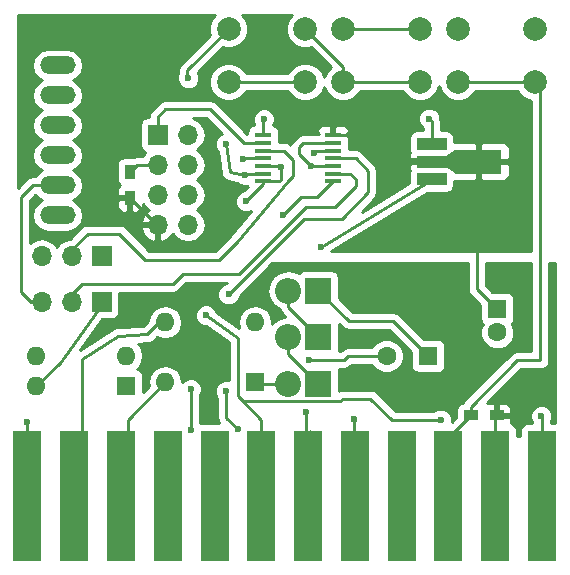
<source format=gbr>
G04 #@! TF.FileFunction,Copper,L1,Top,Signal*
%FSLAX46Y46*%
G04 Gerber Fmt 4.6, Leading zero omitted, Abs format (unit mm)*
G04 Created by KiCad (PCBNEW 4.0.7) date 04/12/18 23:57:26*
%MOMM*%
%LPD*%
G01*
G04 APERTURE LIST*
%ADD10C,0.100000*%
%ADD11R,2.350000X11.100000*%
%ADD12R,2.350000X11.000000*%
%ADD13O,1.600000X1.600000*%
%ADD14R,1.600000X1.600000*%
%ADD15O,3.010000X1.510000*%
%ADD16R,1.700000X1.700000*%
%ADD17O,1.700000X1.700000*%
%ADD18R,1.200000X0.900000*%
%ADD19R,0.900000X1.200000*%
%ADD20C,2.000000*%
%ADD21R,1.450000X0.450000*%
%ADD22C,1.600000*%
%ADD23R,2.200000X2.200000*%
%ADD24O,2.200000X2.200000*%
%ADD25R,2.500000X1.000000*%
%ADD26R,4.000000X2.000000*%
%ADD27C,0.600000*%
%ADD28C,0.250000*%
%ADD29C,0.254000*%
G04 APERTURE END LIST*
D10*
D11*
X126716100Y-105003600D03*
X130676100Y-105003600D03*
X134636100Y-105003600D03*
D12*
X138596100Y-105003600D03*
D11*
X142556100Y-105003600D03*
X146516100Y-105003600D03*
X150476100Y-105003600D03*
X154436100Y-105003600D03*
X158396100Y-105003600D03*
X162356100Y-105003600D03*
X166316100Y-105003600D03*
X170276100Y-105003600D03*
D13*
X138379200Y-95402400D03*
X145999200Y-90322400D03*
X138379200Y-90322400D03*
D14*
X145999200Y-95402400D03*
D15*
X129260600Y-68554600D03*
X129260600Y-71094600D03*
X129260600Y-73634600D03*
X129260600Y-76174600D03*
X129260600Y-78714600D03*
X129260600Y-81254600D03*
D16*
X137744200Y-74447400D03*
D17*
X140284200Y-74447400D03*
X137744200Y-76987400D03*
X140284200Y-76987400D03*
X137744200Y-79527400D03*
X140284200Y-79527400D03*
X137744200Y-82067400D03*
X140284200Y-82067400D03*
D16*
X132994400Y-88569800D03*
D17*
X130454400Y-88569800D03*
X127914400Y-88569800D03*
D16*
X132994400Y-84709000D03*
D17*
X130454400Y-84709000D03*
X127914400Y-84709000D03*
D18*
X164254000Y-98196400D03*
X166454000Y-98196400D03*
D19*
X135382000Y-79789200D03*
X135382000Y-77589200D03*
D14*
X135077200Y-95707200D03*
D13*
X127457200Y-93167200D03*
X135077200Y-93167200D03*
X127457200Y-95707200D03*
D20*
X159943800Y-65477000D03*
X159943800Y-69977000D03*
X153443800Y-65477000D03*
X153443800Y-69977000D03*
X169672000Y-65477000D03*
X169672000Y-69977000D03*
X163172000Y-65477000D03*
X163172000Y-69977000D03*
X150241000Y-65477000D03*
X150241000Y-69977000D03*
X143741000Y-65477000D03*
X143741000Y-69977000D03*
D21*
X146681400Y-74478600D03*
X146681400Y-75128600D03*
X146681400Y-75778600D03*
X146681400Y-76428600D03*
X146681400Y-77078600D03*
X146681400Y-77728600D03*
X146681400Y-78378600D03*
X152581400Y-78378600D03*
X152581400Y-77728600D03*
X152581400Y-77078600D03*
X152581400Y-76428600D03*
X152581400Y-75778600D03*
X152581400Y-75128600D03*
X152581400Y-74478600D03*
D14*
X160629600Y-93167200D03*
D22*
X157129600Y-93167200D03*
D14*
X166497000Y-89179400D03*
D22*
X166497000Y-91179400D03*
D23*
X151333200Y-95504000D03*
D24*
X148793200Y-95504000D03*
D23*
X151333200Y-91541600D03*
D24*
X148793200Y-91541600D03*
D23*
X151333200Y-87630000D03*
D24*
X148793200Y-87630000D03*
D25*
X160935600Y-75208000D03*
X160935600Y-76708000D03*
X160935600Y-78208000D03*
D26*
X164895600Y-76708000D03*
D10*
G36*
X162920600Y-77708000D02*
X162170600Y-77208000D01*
X162170600Y-76208000D01*
X162920600Y-75708000D01*
X162920600Y-77708000D01*
X162920600Y-77708000D01*
G37*
D27*
X148183600Y-77139800D03*
X150713200Y-77078600D03*
X140335000Y-69646800D03*
X150520400Y-93522800D03*
X145211800Y-80086200D03*
X146735800Y-73126600D03*
X160731200Y-73075800D03*
X170230800Y-98247200D03*
X126695200Y-98755200D03*
X164744400Y-83667600D03*
X141833600Y-89738200D03*
X161696400Y-98552000D03*
X150266400Y-97891600D03*
X154330400Y-98501200D03*
X140716000Y-91998800D03*
X165836600Y-94361000D03*
X167309800Y-95834200D03*
X140563600Y-95961200D03*
X140563600Y-99415600D03*
X143738600Y-87960200D03*
X143510000Y-96139000D03*
X144526000Y-99364800D03*
X144957800Y-76479400D03*
X151003000Y-75971400D03*
X143510000Y-75209400D03*
X145110200Y-77825600D03*
X148386800Y-81203800D03*
X151561800Y-83921600D03*
D28*
X151068800Y-77078600D02*
X150713200Y-77078600D01*
X151058400Y-75128600D02*
X151053800Y-75133200D01*
X151058400Y-75128600D02*
X152581400Y-75128600D01*
X150037800Y-75133200D02*
X151053800Y-75133200D01*
X149707600Y-75463400D02*
X150037800Y-75133200D01*
X149707600Y-76073000D02*
X149707600Y-75463400D01*
X150713200Y-77078600D02*
X149707600Y-76073000D01*
X140258800Y-68959200D02*
X143741000Y-65477000D01*
X140258800Y-69570600D02*
X140258800Y-68959200D01*
X140335000Y-69646800D02*
X140258800Y-69570600D01*
X157129600Y-93167200D02*
X153847800Y-93167200D01*
X153492200Y-93522800D02*
X150520400Y-93522800D01*
X153847800Y-93167200D02*
X153492200Y-93522800D01*
X146681400Y-78378600D02*
X146681400Y-78616600D01*
X146681400Y-78616600D02*
X145211800Y-80086200D01*
X153443800Y-69977000D02*
X153443800Y-68679800D01*
X153443800Y-68679800D02*
X150241000Y-65477000D01*
X148183600Y-77139800D02*
X148183600Y-78232000D01*
X148183600Y-78232000D02*
X148037000Y-78378600D01*
X148037000Y-78378600D02*
X146681400Y-78378600D01*
X148122400Y-77078600D02*
X148183600Y-77139800D01*
X146681400Y-77078600D02*
X148122400Y-77078600D01*
X152581400Y-77078600D02*
X151068800Y-77078600D01*
X151068800Y-77078600D02*
X151053800Y-77063600D01*
X146681400Y-74478600D02*
X146681400Y-73181000D01*
X146681400Y-73181000D02*
X146735800Y-73126600D01*
X160935600Y-75208000D02*
X160935600Y-73280200D01*
X160935600Y-73280200D02*
X160731200Y-73075800D01*
X153443800Y-69977000D02*
X159943800Y-69977000D01*
X170276100Y-105003600D02*
X170276100Y-98292500D01*
X170276100Y-98292500D02*
X170230800Y-98247200D01*
X126695200Y-98755200D02*
X126716100Y-98776100D01*
X126716100Y-98776100D02*
X126716100Y-105003600D01*
X152581400Y-74478600D02*
X156698400Y-74478600D01*
X158673800Y-76454000D02*
X160681600Y-76454000D01*
X156698400Y-74478600D02*
X158673800Y-76454000D01*
X160681600Y-76454000D02*
X160935600Y-76708000D01*
X137660200Y-82067400D02*
X135382000Y-79789200D01*
X164744400Y-87477600D02*
X164744400Y-83667600D01*
X164744400Y-87477600D02*
X166446200Y-89179400D01*
X166497000Y-89179400D02*
X166446200Y-89179400D01*
X130676100Y-105003600D02*
X131368800Y-104310900D01*
X131368800Y-104310900D02*
X131368800Y-93421200D01*
X131368800Y-93421200D02*
X134416800Y-91440000D01*
X134416800Y-91440000D02*
X136855200Y-91338400D01*
X136855200Y-91338400D02*
X138125200Y-90068400D01*
X138125200Y-90068400D02*
X138379200Y-90322400D01*
X134636100Y-105003600D02*
X135229600Y-104410100D01*
X135229600Y-104410100D02*
X135229600Y-98552000D01*
X135229600Y-98552000D02*
X138379200Y-95402400D01*
X144957800Y-97002600D02*
X144526000Y-96570800D01*
X144500600Y-91617800D02*
X144526000Y-96570800D01*
X141833600Y-89738200D02*
X144500600Y-91617800D01*
X144957800Y-97002600D02*
X153187400Y-97002600D01*
X157581600Y-98602800D02*
X161696400Y-98552000D01*
X155752800Y-96774000D02*
X157581600Y-98602800D01*
X153416000Y-96774000D02*
X155752800Y-96774000D01*
X153187400Y-97002600D02*
X153416000Y-96774000D01*
X146516100Y-98560900D02*
X146516100Y-105003600D01*
X144957800Y-97002600D02*
X146516100Y-98560900D01*
X150476100Y-105003600D02*
X150266400Y-104793900D01*
X150266400Y-104793900D02*
X150266400Y-97891600D01*
X150476100Y-105003600D02*
X150672800Y-104806900D01*
X150672800Y-104806900D02*
X150672800Y-99517200D01*
X154381200Y-98856800D02*
X154482800Y-98501200D01*
X154482800Y-98501200D02*
X154330400Y-98501200D01*
X154436100Y-105003600D02*
X154381200Y-104948700D01*
X154381200Y-104948700D02*
X154381200Y-99263200D01*
X154381200Y-99263200D02*
X154381200Y-99212400D01*
X154381200Y-99212400D02*
X154381200Y-98856800D01*
X154381200Y-98856800D02*
X154381200Y-98806000D01*
X164254000Y-98196400D02*
X164254000Y-97467600D01*
X170129200Y-93540400D02*
X170078400Y-70383400D01*
X168181200Y-93540400D02*
X170129200Y-93540400D01*
X164254000Y-97467600D02*
X168181200Y-93540400D01*
X162356100Y-105003600D02*
X162356100Y-100094300D01*
X162356100Y-100094300D02*
X164254000Y-98196400D01*
X170078400Y-70383400D02*
X169672000Y-69977000D01*
X169672000Y-69977000D02*
X163172000Y-69977000D01*
X166454000Y-98196400D02*
X166454000Y-96690000D01*
X166454000Y-96690000D02*
X167309800Y-95834200D01*
X166316100Y-105003600D02*
X166316100Y-98334300D01*
X166316100Y-98334300D02*
X166454000Y-98196400D01*
X166316100Y-105003600D02*
X166316100Y-100631700D01*
X127457200Y-95707200D02*
X129438400Y-93726000D01*
X129438400Y-93726000D02*
X133096000Y-88646000D01*
X140563600Y-95961200D02*
X140563600Y-99415600D01*
X143548100Y-98386900D02*
X143548100Y-96177100D01*
X154508200Y-76428600D02*
X152581400Y-76428600D01*
X155549600Y-77470000D02*
X154508200Y-76428600D01*
X155549600Y-79324200D02*
X155549600Y-77470000D01*
X153314400Y-81559400D02*
X155549600Y-79324200D01*
X150139400Y-81559400D02*
X153314400Y-81559400D01*
X143738600Y-87960200D02*
X150139400Y-81559400D01*
X143548100Y-96177100D02*
X143510000Y-96139000D01*
X144526000Y-99364800D02*
X143548100Y-98386900D01*
X143548100Y-98386900D02*
X143510000Y-98348800D01*
X146681400Y-76428600D02*
X145008600Y-76428600D01*
X145008600Y-76428600D02*
X144957800Y-76479400D01*
X145999200Y-95402400D02*
X146100800Y-95504000D01*
X146100800Y-95504000D02*
X148793200Y-95504000D01*
X127914400Y-88569800D02*
X126974600Y-88569800D01*
X127152400Y-78714600D02*
X129260600Y-78714600D01*
X126161800Y-79705200D02*
X127152400Y-78714600D01*
X126161800Y-87757000D02*
X126161800Y-79705200D01*
X126974600Y-88569800D02*
X126161800Y-87757000D01*
X137744200Y-74447400D02*
X137744200Y-72923400D01*
X145029400Y-75128600D02*
X146681400Y-75128600D01*
X142189200Y-72288400D02*
X145029400Y-75128600D01*
X138379200Y-72288400D02*
X142189200Y-72288400D01*
X137744200Y-72923400D02*
X138379200Y-72288400D01*
X137744200Y-76987400D02*
X135983800Y-76987400D01*
X135983800Y-76987400D02*
X135382000Y-77589200D01*
X151195800Y-75778600D02*
X152581400Y-75778600D01*
X151003000Y-75971400D02*
X151195800Y-75778600D01*
X159943800Y-65477000D02*
X153443800Y-65477000D01*
X143829488Y-77609761D02*
X145110200Y-77825600D01*
X143510000Y-75209400D02*
X143829488Y-77609761D01*
X145207200Y-77728600D02*
X146681400Y-77728600D01*
X145110200Y-77825600D02*
X145207200Y-77728600D01*
X143741000Y-69977000D02*
X150241000Y-69977000D01*
X149860000Y-79730600D02*
X151229400Y-79730600D01*
X148386800Y-81203800D02*
X149860000Y-79730600D01*
X151229400Y-79730600D02*
X152581400Y-78378600D01*
X139852400Y-86233000D02*
X144602200Y-86233000D01*
X154055600Y-77728600D02*
X152581400Y-77728600D01*
X154508200Y-78181200D02*
X154055600Y-77728600D01*
X154508200Y-78816200D02*
X154508200Y-78181200D01*
X152755600Y-80568800D02*
X154508200Y-78816200D01*
X150266400Y-80568800D02*
X152755600Y-80568800D01*
X144602200Y-86233000D02*
X150266400Y-80568800D01*
X130454400Y-88569800D02*
X130454400Y-87884000D01*
X130454400Y-87884000D02*
X131292600Y-87045800D01*
X131292600Y-87045800D02*
X139039600Y-87045800D01*
X139039600Y-87045800D02*
X139852400Y-86233000D01*
X139852400Y-86233000D02*
X139877800Y-86207600D01*
X148767106Y-78358418D02*
X148768382Y-78358418D01*
X148422600Y-75778600D02*
X146681400Y-75778600D01*
X149225000Y-76581000D02*
X148422600Y-75778600D01*
X149225000Y-77901800D02*
X149225000Y-76581000D01*
X148768382Y-78358418D02*
X149225000Y-77901800D01*
X139623800Y-85013800D02*
X142951200Y-85013800D01*
X134493000Y-82804000D02*
X136702800Y-85013800D01*
X131800600Y-82804000D02*
X134493000Y-82804000D01*
X130454400Y-84150200D02*
X131800600Y-82804000D01*
X136702800Y-85013800D02*
X139623800Y-85013800D01*
X144449800Y-83515200D02*
X148767106Y-78358418D01*
X148767106Y-78358418D02*
X148802577Y-78316050D01*
X142951200Y-85013800D02*
X144449800Y-83515200D01*
X130454400Y-84709000D02*
X130454400Y-84150200D01*
X151588400Y-83920400D02*
X160909000Y-78232000D01*
X151563000Y-83920400D02*
X151588400Y-83920400D01*
X151561800Y-83921600D02*
X151563000Y-83920400D01*
X151434800Y-87528400D02*
X151333200Y-87630000D01*
X160629600Y-93167200D02*
X157683200Y-90220800D01*
X153924000Y-90220800D02*
X151333200Y-87630000D01*
X157683200Y-90220800D02*
X153924000Y-90220800D01*
X151333200Y-95504000D02*
X148793200Y-92964000D01*
X148793200Y-92964000D02*
X148793200Y-91541600D01*
X151333200Y-91541600D02*
X148793200Y-89001600D01*
X148793200Y-89001600D02*
X148793200Y-87630000D01*
D29*
G36*
X171375000Y-98806160D02*
X171036100Y-98806160D01*
X171036100Y-98745960D01*
X171165638Y-98433999D01*
X171165962Y-98062033D01*
X171023917Y-97718257D01*
X170761127Y-97455008D01*
X170417599Y-97312362D01*
X170045633Y-97312038D01*
X169701857Y-97454083D01*
X169438608Y-97716873D01*
X169295962Y-98060401D01*
X169295638Y-98432367D01*
X169437683Y-98776143D01*
X169467648Y-98806160D01*
X169101100Y-98806160D01*
X168865783Y-98850438D01*
X168649659Y-98989510D01*
X168504669Y-99201710D01*
X168453660Y-99453600D01*
X168453660Y-99923600D01*
X168126100Y-99923600D01*
X168126100Y-99327290D01*
X168029427Y-99093901D01*
X167850798Y-98915273D01*
X167662291Y-98837191D01*
X167689000Y-98772710D01*
X167689000Y-98482150D01*
X167530250Y-98323400D01*
X166581000Y-98323400D01*
X166581000Y-98343400D01*
X166327000Y-98343400D01*
X166327000Y-98323400D01*
X166307000Y-98323400D01*
X166307000Y-98069400D01*
X166327000Y-98069400D01*
X166327000Y-97270150D01*
X166581000Y-97270150D01*
X166581000Y-98069400D01*
X167530250Y-98069400D01*
X167689000Y-97910650D01*
X167689000Y-97620090D01*
X167592327Y-97386701D01*
X167413698Y-97208073D01*
X167180309Y-97111400D01*
X166739750Y-97111400D01*
X166581000Y-97270150D01*
X166327000Y-97270150D01*
X166168250Y-97111400D01*
X165727691Y-97111400D01*
X165654817Y-97141586D01*
X168496003Y-94300400D01*
X170129200Y-94300400D01*
X170130034Y-94300234D01*
X170130867Y-94300398D01*
X170275546Y-94271290D01*
X170420039Y-94242548D01*
X170420744Y-94242077D01*
X170421579Y-94241909D01*
X170544224Y-94159571D01*
X170666601Y-94077801D01*
X170667073Y-94077095D01*
X170667779Y-94076621D01*
X170749451Y-93953807D01*
X170831348Y-93831239D01*
X170831514Y-93830405D01*
X170831984Y-93829698D01*
X170860413Y-93685119D01*
X170889200Y-93540400D01*
X170889034Y-93539566D01*
X170889198Y-93538733D01*
X170871165Y-85318600D01*
X171375000Y-85318600D01*
X171375000Y-98806160D01*
X171375000Y-98806160D01*
G37*
X171375000Y-98806160D02*
X171036100Y-98806160D01*
X171036100Y-98745960D01*
X171165638Y-98433999D01*
X171165962Y-98062033D01*
X171023917Y-97718257D01*
X170761127Y-97455008D01*
X170417599Y-97312362D01*
X170045633Y-97312038D01*
X169701857Y-97454083D01*
X169438608Y-97716873D01*
X169295962Y-98060401D01*
X169295638Y-98432367D01*
X169437683Y-98776143D01*
X169467648Y-98806160D01*
X169101100Y-98806160D01*
X168865783Y-98850438D01*
X168649659Y-98989510D01*
X168504669Y-99201710D01*
X168453660Y-99453600D01*
X168453660Y-99923600D01*
X168126100Y-99923600D01*
X168126100Y-99327290D01*
X168029427Y-99093901D01*
X167850798Y-98915273D01*
X167662291Y-98837191D01*
X167689000Y-98772710D01*
X167689000Y-98482150D01*
X167530250Y-98323400D01*
X166581000Y-98323400D01*
X166581000Y-98343400D01*
X166327000Y-98343400D01*
X166327000Y-98323400D01*
X166307000Y-98323400D01*
X166307000Y-98069400D01*
X166327000Y-98069400D01*
X166327000Y-97270150D01*
X166581000Y-97270150D01*
X166581000Y-98069400D01*
X167530250Y-98069400D01*
X167689000Y-97910650D01*
X167689000Y-97620090D01*
X167592327Y-97386701D01*
X167413698Y-97208073D01*
X167180309Y-97111400D01*
X166739750Y-97111400D01*
X166581000Y-97270150D01*
X166327000Y-97270150D01*
X166168250Y-97111400D01*
X165727691Y-97111400D01*
X165654817Y-97141586D01*
X168496003Y-94300400D01*
X170129200Y-94300400D01*
X170130034Y-94300234D01*
X170130867Y-94300398D01*
X170275546Y-94271290D01*
X170420039Y-94242548D01*
X170420744Y-94242077D01*
X170421579Y-94241909D01*
X170544224Y-94159571D01*
X170666601Y-94077801D01*
X170667073Y-94077095D01*
X170667779Y-94076621D01*
X170749451Y-93953807D01*
X170831348Y-93831239D01*
X170831514Y-93830405D01*
X170831984Y-93829698D01*
X170860413Y-93685119D01*
X170889200Y-93540400D01*
X170889034Y-93539566D01*
X170889198Y-93538733D01*
X170871165Y-85318600D01*
X171375000Y-85318600D01*
X171375000Y-98806160D01*
G36*
X163984400Y-87477600D02*
X164042252Y-87768439D01*
X164206999Y-88015001D01*
X165049560Y-88857562D01*
X165049560Y-89979400D01*
X165093838Y-90214717D01*
X165232910Y-90430841D01*
X165249366Y-90442085D01*
X165062250Y-90892709D01*
X165061752Y-91463587D01*
X165279757Y-91991200D01*
X165683077Y-92395224D01*
X166210309Y-92614150D01*
X166781187Y-92614648D01*
X167308800Y-92396643D01*
X167712824Y-91993323D01*
X167931750Y-91466091D01*
X167932248Y-90895213D01*
X167746197Y-90444934D01*
X167748441Y-90443490D01*
X167893431Y-90231290D01*
X167944440Y-89979400D01*
X167944440Y-88379400D01*
X167900162Y-88144083D01*
X167761090Y-87927959D01*
X167548890Y-87782969D01*
X167297000Y-87731960D01*
X166073562Y-87731960D01*
X165504400Y-87162798D01*
X165504400Y-85318600D01*
X169351162Y-85318600D01*
X169367531Y-92780400D01*
X168181200Y-92780400D01*
X167890361Y-92838252D01*
X167643799Y-93002998D01*
X163716599Y-96930199D01*
X163596623Y-97109756D01*
X163418683Y-97143238D01*
X163202559Y-97282310D01*
X163057569Y-97494510D01*
X163006560Y-97746400D01*
X163006560Y-98369038D01*
X162627289Y-98748309D01*
X162631238Y-98738799D01*
X162631562Y-98366833D01*
X162489517Y-98023057D01*
X162226727Y-97759808D01*
X161883199Y-97617162D01*
X161511233Y-97616838D01*
X161167457Y-97758883D01*
X161127302Y-97798968D01*
X157892506Y-97838904D01*
X156290201Y-96236599D01*
X156043639Y-96071852D01*
X155752800Y-96014000D01*
X153416000Y-96014000D01*
X153125160Y-96071852D01*
X153080640Y-96101599D01*
X153080640Y-94404000D01*
X153057835Y-94282800D01*
X153492200Y-94282800D01*
X153783039Y-94224948D01*
X154029601Y-94060201D01*
X154162602Y-93927200D01*
X155890954Y-93927200D01*
X155912357Y-93979000D01*
X156315677Y-94383024D01*
X156842909Y-94601950D01*
X157413787Y-94602448D01*
X157941400Y-94384443D01*
X158345424Y-93981123D01*
X158564350Y-93453891D01*
X158564848Y-92883013D01*
X158346843Y-92355400D01*
X157943523Y-91951376D01*
X157416291Y-91732450D01*
X156845413Y-91731952D01*
X156317800Y-91949957D01*
X155913776Y-92353277D01*
X155891385Y-92407200D01*
X153847800Y-92407200D01*
X153556960Y-92465052D01*
X153310399Y-92629799D01*
X153177398Y-92762800D01*
X153056096Y-92762800D01*
X153080640Y-92641600D01*
X153080640Y-90452243D01*
X153386598Y-90758201D01*
X153551345Y-90868280D01*
X153633161Y-90922948D01*
X153924000Y-90980800D01*
X157368398Y-90980800D01*
X159182160Y-92794562D01*
X159182160Y-93967200D01*
X159226438Y-94202517D01*
X159365510Y-94418641D01*
X159577710Y-94563631D01*
X159829600Y-94614640D01*
X161429600Y-94614640D01*
X161664917Y-94570362D01*
X161881041Y-94431290D01*
X162026031Y-94219090D01*
X162077040Y-93967200D01*
X162077040Y-92367200D01*
X162032762Y-92131883D01*
X161893690Y-91915759D01*
X161681490Y-91770769D01*
X161429600Y-91719760D01*
X160256962Y-91719760D01*
X158220601Y-89683399D01*
X157974039Y-89518652D01*
X157683200Y-89460800D01*
X154238803Y-89460800D01*
X153080640Y-88302638D01*
X153080640Y-86530000D01*
X153036362Y-86294683D01*
X152897290Y-86078559D01*
X152685090Y-85933569D01*
X152433200Y-85882560D01*
X150233200Y-85882560D01*
X149997883Y-85926838D01*
X149781759Y-86065910D01*
X149708889Y-86172559D01*
X149491147Y-86027069D01*
X148827191Y-85895000D01*
X148759209Y-85895000D01*
X148095253Y-86027069D01*
X147532379Y-86403170D01*
X147156278Y-86966044D01*
X147024209Y-87630000D01*
X147156278Y-88293956D01*
X147532379Y-88856830D01*
X148076757Y-89220572D01*
X148091052Y-89292439D01*
X148255799Y-89539001D01*
X148562522Y-89845724D01*
X148095253Y-89938669D01*
X147532379Y-90314770D01*
X147434775Y-90460845D01*
X147462313Y-90322400D01*
X147353080Y-89773249D01*
X147042011Y-89307702D01*
X146576464Y-88996633D01*
X146027313Y-88887400D01*
X145971087Y-88887400D01*
X145421936Y-88996633D01*
X144956389Y-89307702D01*
X144645320Y-89773249D01*
X144536087Y-90322400D01*
X144626457Y-90776721D01*
X142718894Y-89432343D01*
X142626717Y-89209257D01*
X142363927Y-88946008D01*
X142020399Y-88803362D01*
X141648433Y-88803038D01*
X141304657Y-88945083D01*
X141041408Y-89207873D01*
X140898762Y-89551401D01*
X140898438Y-89923367D01*
X141040483Y-90267143D01*
X141303273Y-90530392D01*
X141646801Y-90673038D01*
X141841019Y-90673207D01*
X143742619Y-92013381D01*
X143759114Y-95230038D01*
X143696799Y-95204162D01*
X143324833Y-95203838D01*
X142981057Y-95345883D01*
X142717808Y-95608673D01*
X142575162Y-95952201D01*
X142574838Y-96324167D01*
X142716883Y-96667943D01*
X142788100Y-96739284D01*
X142788100Y-98157260D01*
X142750000Y-98348800D01*
X142807852Y-98639639D01*
X142919117Y-98806160D01*
X141381100Y-98806160D01*
X141323600Y-98816979D01*
X141323600Y-96523663D01*
X141355792Y-96491527D01*
X141498438Y-96147999D01*
X141498762Y-95776033D01*
X141356717Y-95432257D01*
X141093927Y-95169008D01*
X140750399Y-95026362D01*
X140378433Y-95026038D01*
X140034657Y-95168083D01*
X139835292Y-95367101D01*
X139733080Y-94853249D01*
X139422011Y-94387702D01*
X138956464Y-94076633D01*
X138407313Y-93967400D01*
X138351087Y-93967400D01*
X137801936Y-94076633D01*
X137336389Y-94387702D01*
X137025320Y-94853249D01*
X136916087Y-95402400D01*
X136980512Y-95726286D01*
X136524640Y-96182158D01*
X136524640Y-94907200D01*
X136480362Y-94671883D01*
X136341290Y-94455759D01*
X136129090Y-94310769D01*
X135974111Y-94279385D01*
X136120011Y-94181898D01*
X136431080Y-93716351D01*
X136540313Y-93167200D01*
X136431080Y-92618049D01*
X136120011Y-92152502D01*
X136087878Y-92131031D01*
X136886839Y-92097741D01*
X137015838Y-92066447D01*
X137146039Y-92040548D01*
X137159402Y-92031619D01*
X137175018Y-92027831D01*
X137282228Y-91949550D01*
X137392601Y-91875801D01*
X137693014Y-91575388D01*
X137801936Y-91648167D01*
X138351087Y-91757400D01*
X138407313Y-91757400D01*
X138956464Y-91648167D01*
X139422011Y-91337098D01*
X139733080Y-90871551D01*
X139842313Y-90322400D01*
X139733080Y-89773249D01*
X139422011Y-89307702D01*
X138956464Y-88996633D01*
X138407313Y-88887400D01*
X138351087Y-88887400D01*
X137801936Y-88996633D01*
X137336389Y-89307702D01*
X137025320Y-89773249D01*
X136945806Y-90172992D01*
X136527399Y-90591399D01*
X134385161Y-90680659D01*
X134332337Y-90693474D01*
X134277990Y-90692785D01*
X134189546Y-90728113D01*
X134096982Y-90750568D01*
X134053084Y-90782621D01*
X134002609Y-90802783D01*
X131139837Y-92663585D01*
X133009205Y-90067240D01*
X133844400Y-90067240D01*
X134079717Y-90022962D01*
X134295841Y-89883890D01*
X134440831Y-89671690D01*
X134491840Y-89419800D01*
X134491840Y-87805800D01*
X139039600Y-87805800D01*
X139330439Y-87747948D01*
X139577001Y-87583201D01*
X140167202Y-86993000D01*
X143630998Y-86993000D01*
X143598920Y-87025078D01*
X143553433Y-87025038D01*
X143209657Y-87167083D01*
X142946408Y-87429873D01*
X142803762Y-87773401D01*
X142803438Y-88145367D01*
X142945483Y-88489143D01*
X143208273Y-88752392D01*
X143551801Y-88895038D01*
X143923767Y-88895362D01*
X144267543Y-88753317D01*
X144530792Y-88490527D01*
X144673438Y-88146999D01*
X144673479Y-88100123D01*
X147455002Y-85318600D01*
X163984400Y-85318600D01*
X163984400Y-87477600D01*
X163984400Y-87477600D01*
G37*
X163984400Y-87477600D02*
X164042252Y-87768439D01*
X164206999Y-88015001D01*
X165049560Y-88857562D01*
X165049560Y-89979400D01*
X165093838Y-90214717D01*
X165232910Y-90430841D01*
X165249366Y-90442085D01*
X165062250Y-90892709D01*
X165061752Y-91463587D01*
X165279757Y-91991200D01*
X165683077Y-92395224D01*
X166210309Y-92614150D01*
X166781187Y-92614648D01*
X167308800Y-92396643D01*
X167712824Y-91993323D01*
X167931750Y-91466091D01*
X167932248Y-90895213D01*
X167746197Y-90444934D01*
X167748441Y-90443490D01*
X167893431Y-90231290D01*
X167944440Y-89979400D01*
X167944440Y-88379400D01*
X167900162Y-88144083D01*
X167761090Y-87927959D01*
X167548890Y-87782969D01*
X167297000Y-87731960D01*
X166073562Y-87731960D01*
X165504400Y-87162798D01*
X165504400Y-85318600D01*
X169351162Y-85318600D01*
X169367531Y-92780400D01*
X168181200Y-92780400D01*
X167890361Y-92838252D01*
X167643799Y-93002998D01*
X163716599Y-96930199D01*
X163596623Y-97109756D01*
X163418683Y-97143238D01*
X163202559Y-97282310D01*
X163057569Y-97494510D01*
X163006560Y-97746400D01*
X163006560Y-98369038D01*
X162627289Y-98748309D01*
X162631238Y-98738799D01*
X162631562Y-98366833D01*
X162489517Y-98023057D01*
X162226727Y-97759808D01*
X161883199Y-97617162D01*
X161511233Y-97616838D01*
X161167457Y-97758883D01*
X161127302Y-97798968D01*
X157892506Y-97838904D01*
X156290201Y-96236599D01*
X156043639Y-96071852D01*
X155752800Y-96014000D01*
X153416000Y-96014000D01*
X153125160Y-96071852D01*
X153080640Y-96101599D01*
X153080640Y-94404000D01*
X153057835Y-94282800D01*
X153492200Y-94282800D01*
X153783039Y-94224948D01*
X154029601Y-94060201D01*
X154162602Y-93927200D01*
X155890954Y-93927200D01*
X155912357Y-93979000D01*
X156315677Y-94383024D01*
X156842909Y-94601950D01*
X157413787Y-94602448D01*
X157941400Y-94384443D01*
X158345424Y-93981123D01*
X158564350Y-93453891D01*
X158564848Y-92883013D01*
X158346843Y-92355400D01*
X157943523Y-91951376D01*
X157416291Y-91732450D01*
X156845413Y-91731952D01*
X156317800Y-91949957D01*
X155913776Y-92353277D01*
X155891385Y-92407200D01*
X153847800Y-92407200D01*
X153556960Y-92465052D01*
X153310399Y-92629799D01*
X153177398Y-92762800D01*
X153056096Y-92762800D01*
X153080640Y-92641600D01*
X153080640Y-90452243D01*
X153386598Y-90758201D01*
X153551345Y-90868280D01*
X153633161Y-90922948D01*
X153924000Y-90980800D01*
X157368398Y-90980800D01*
X159182160Y-92794562D01*
X159182160Y-93967200D01*
X159226438Y-94202517D01*
X159365510Y-94418641D01*
X159577710Y-94563631D01*
X159829600Y-94614640D01*
X161429600Y-94614640D01*
X161664917Y-94570362D01*
X161881041Y-94431290D01*
X162026031Y-94219090D01*
X162077040Y-93967200D01*
X162077040Y-92367200D01*
X162032762Y-92131883D01*
X161893690Y-91915759D01*
X161681490Y-91770769D01*
X161429600Y-91719760D01*
X160256962Y-91719760D01*
X158220601Y-89683399D01*
X157974039Y-89518652D01*
X157683200Y-89460800D01*
X154238803Y-89460800D01*
X153080640Y-88302638D01*
X153080640Y-86530000D01*
X153036362Y-86294683D01*
X152897290Y-86078559D01*
X152685090Y-85933569D01*
X152433200Y-85882560D01*
X150233200Y-85882560D01*
X149997883Y-85926838D01*
X149781759Y-86065910D01*
X149708889Y-86172559D01*
X149491147Y-86027069D01*
X148827191Y-85895000D01*
X148759209Y-85895000D01*
X148095253Y-86027069D01*
X147532379Y-86403170D01*
X147156278Y-86966044D01*
X147024209Y-87630000D01*
X147156278Y-88293956D01*
X147532379Y-88856830D01*
X148076757Y-89220572D01*
X148091052Y-89292439D01*
X148255799Y-89539001D01*
X148562522Y-89845724D01*
X148095253Y-89938669D01*
X147532379Y-90314770D01*
X147434775Y-90460845D01*
X147462313Y-90322400D01*
X147353080Y-89773249D01*
X147042011Y-89307702D01*
X146576464Y-88996633D01*
X146027313Y-88887400D01*
X145971087Y-88887400D01*
X145421936Y-88996633D01*
X144956389Y-89307702D01*
X144645320Y-89773249D01*
X144536087Y-90322400D01*
X144626457Y-90776721D01*
X142718894Y-89432343D01*
X142626717Y-89209257D01*
X142363927Y-88946008D01*
X142020399Y-88803362D01*
X141648433Y-88803038D01*
X141304657Y-88945083D01*
X141041408Y-89207873D01*
X140898762Y-89551401D01*
X140898438Y-89923367D01*
X141040483Y-90267143D01*
X141303273Y-90530392D01*
X141646801Y-90673038D01*
X141841019Y-90673207D01*
X143742619Y-92013381D01*
X143759114Y-95230038D01*
X143696799Y-95204162D01*
X143324833Y-95203838D01*
X142981057Y-95345883D01*
X142717808Y-95608673D01*
X142575162Y-95952201D01*
X142574838Y-96324167D01*
X142716883Y-96667943D01*
X142788100Y-96739284D01*
X142788100Y-98157260D01*
X142750000Y-98348800D01*
X142807852Y-98639639D01*
X142919117Y-98806160D01*
X141381100Y-98806160D01*
X141323600Y-98816979D01*
X141323600Y-96523663D01*
X141355792Y-96491527D01*
X141498438Y-96147999D01*
X141498762Y-95776033D01*
X141356717Y-95432257D01*
X141093927Y-95169008D01*
X140750399Y-95026362D01*
X140378433Y-95026038D01*
X140034657Y-95168083D01*
X139835292Y-95367101D01*
X139733080Y-94853249D01*
X139422011Y-94387702D01*
X138956464Y-94076633D01*
X138407313Y-93967400D01*
X138351087Y-93967400D01*
X137801936Y-94076633D01*
X137336389Y-94387702D01*
X137025320Y-94853249D01*
X136916087Y-95402400D01*
X136980512Y-95726286D01*
X136524640Y-96182158D01*
X136524640Y-94907200D01*
X136480362Y-94671883D01*
X136341290Y-94455759D01*
X136129090Y-94310769D01*
X135974111Y-94279385D01*
X136120011Y-94181898D01*
X136431080Y-93716351D01*
X136540313Y-93167200D01*
X136431080Y-92618049D01*
X136120011Y-92152502D01*
X136087878Y-92131031D01*
X136886839Y-92097741D01*
X137015838Y-92066447D01*
X137146039Y-92040548D01*
X137159402Y-92031619D01*
X137175018Y-92027831D01*
X137282228Y-91949550D01*
X137392601Y-91875801D01*
X137693014Y-91575388D01*
X137801936Y-91648167D01*
X138351087Y-91757400D01*
X138407313Y-91757400D01*
X138956464Y-91648167D01*
X139422011Y-91337098D01*
X139733080Y-90871551D01*
X139842313Y-90322400D01*
X139733080Y-89773249D01*
X139422011Y-89307702D01*
X138956464Y-88996633D01*
X138407313Y-88887400D01*
X138351087Y-88887400D01*
X137801936Y-88996633D01*
X137336389Y-89307702D01*
X137025320Y-89773249D01*
X136945806Y-90172992D01*
X136527399Y-90591399D01*
X134385161Y-90680659D01*
X134332337Y-90693474D01*
X134277990Y-90692785D01*
X134189546Y-90728113D01*
X134096982Y-90750568D01*
X134053084Y-90782621D01*
X134002609Y-90802783D01*
X131139837Y-92663585D01*
X133009205Y-90067240D01*
X133844400Y-90067240D01*
X134079717Y-90022962D01*
X134295841Y-89883890D01*
X134440831Y-89671690D01*
X134491840Y-89419800D01*
X134491840Y-87805800D01*
X139039600Y-87805800D01*
X139330439Y-87747948D01*
X139577001Y-87583201D01*
X140167202Y-86993000D01*
X143630998Y-86993000D01*
X143598920Y-87025078D01*
X143553433Y-87025038D01*
X143209657Y-87167083D01*
X142946408Y-87429873D01*
X142803762Y-87773401D01*
X142803438Y-88145367D01*
X142945483Y-88489143D01*
X143208273Y-88752392D01*
X143551801Y-88895038D01*
X143923767Y-88895362D01*
X144267543Y-88753317D01*
X144530792Y-88490527D01*
X144673438Y-88146999D01*
X144673479Y-88100123D01*
X147455002Y-85318600D01*
X163984400Y-85318600D01*
X163984400Y-87477600D01*
G36*
X142355722Y-64549637D02*
X142106284Y-65150352D01*
X142105716Y-65800795D01*
X142174919Y-65968279D01*
X139721399Y-68421799D01*
X139556652Y-68668361D01*
X139498800Y-68959200D01*
X139498800Y-69222456D01*
X139400162Y-69460001D01*
X139399838Y-69831967D01*
X139541883Y-70175743D01*
X139804673Y-70438992D01*
X140148201Y-70581638D01*
X140520167Y-70581962D01*
X140863943Y-70439917D01*
X141127192Y-70177127D01*
X141269838Y-69833599D01*
X141270162Y-69461633D01*
X141141809Y-69150993D01*
X143249527Y-67043275D01*
X143414352Y-67111716D01*
X144064795Y-67112284D01*
X144665943Y-66863894D01*
X145126278Y-66404363D01*
X145375716Y-65803648D01*
X145376284Y-65153205D01*
X145127894Y-64552057D01*
X144887857Y-64311600D01*
X149094175Y-64311600D01*
X148855722Y-64549637D01*
X148606284Y-65150352D01*
X148605716Y-65800795D01*
X148854106Y-66401943D01*
X149313637Y-66862278D01*
X149914352Y-67111716D01*
X150564795Y-67112284D01*
X150732279Y-67043081D01*
X152398976Y-68709778D01*
X152058522Y-69049637D01*
X151842176Y-69570657D01*
X151627894Y-69052057D01*
X151168363Y-68591722D01*
X150567648Y-68342284D01*
X149917205Y-68341716D01*
X149316057Y-68590106D01*
X148855722Y-69049637D01*
X148786227Y-69217000D01*
X145196047Y-69217000D01*
X145127894Y-69052057D01*
X144668363Y-68591722D01*
X144067648Y-68342284D01*
X143417205Y-68341716D01*
X142816057Y-68590106D01*
X142355722Y-69049637D01*
X142106284Y-69650352D01*
X142105716Y-70300795D01*
X142354106Y-70901943D01*
X142813637Y-71362278D01*
X143414352Y-71611716D01*
X144064795Y-71612284D01*
X144665943Y-71363894D01*
X145126278Y-70904363D01*
X145195773Y-70737000D01*
X148785953Y-70737000D01*
X148854106Y-70901943D01*
X149313637Y-71362278D01*
X149914352Y-71611716D01*
X150564795Y-71612284D01*
X151165943Y-71363894D01*
X151626278Y-70904363D01*
X151842624Y-70383343D01*
X152056906Y-70901943D01*
X152516437Y-71362278D01*
X153117152Y-71611716D01*
X153767595Y-71612284D01*
X154368743Y-71363894D01*
X154829078Y-70904363D01*
X154898573Y-70737000D01*
X158488753Y-70737000D01*
X158556906Y-70901943D01*
X159016437Y-71362278D01*
X159617152Y-71611716D01*
X160267595Y-71612284D01*
X160868743Y-71363894D01*
X161329078Y-70904363D01*
X161558155Y-70352682D01*
X161785106Y-70901943D01*
X162244637Y-71362278D01*
X162845352Y-71611716D01*
X163495795Y-71612284D01*
X164096943Y-71363894D01*
X164557278Y-70904363D01*
X164626773Y-70737000D01*
X168216953Y-70737000D01*
X168285106Y-70901943D01*
X168744637Y-71362278D01*
X169321071Y-71601634D01*
X169348979Y-84323331D01*
X152448603Y-84285774D01*
X160527091Y-79355440D01*
X162185600Y-79355440D01*
X162420917Y-79311162D01*
X162637041Y-79172090D01*
X162782031Y-78959890D01*
X162833040Y-78708000D01*
X162833040Y-78343000D01*
X162864361Y-78343000D01*
X162902713Y-78355193D01*
X162972830Y-78343000D01*
X164609850Y-78343000D01*
X164768600Y-78184250D01*
X164768600Y-76835000D01*
X165022600Y-76835000D01*
X165022600Y-78184250D01*
X165181350Y-78343000D01*
X167021910Y-78343000D01*
X167255299Y-78246327D01*
X167433927Y-78067698D01*
X167530600Y-77834309D01*
X167530600Y-76993750D01*
X167371850Y-76835000D01*
X165022600Y-76835000D01*
X164768600Y-76835000D01*
X161062600Y-76835000D01*
X161062600Y-76855000D01*
X160808600Y-76855000D01*
X160808600Y-76835000D01*
X159209350Y-76835000D01*
X159050600Y-76993750D01*
X159050600Y-77334309D01*
X159096567Y-77445283D01*
X159089169Y-77456110D01*
X159038160Y-77708000D01*
X159038160Y-78483422D01*
X155001731Y-80946871D01*
X156087001Y-79861601D01*
X156251748Y-79615039D01*
X156309600Y-79324200D01*
X156309600Y-77470000D01*
X156251748Y-77179161D01*
X156087001Y-76932599D01*
X155045601Y-75891199D01*
X154799039Y-75726452D01*
X154508200Y-75668600D01*
X153953840Y-75668600D01*
X153953840Y-75553600D01*
X153934333Y-75449929D01*
X153953840Y-75353600D01*
X153953840Y-74903600D01*
X153940420Y-74832277D01*
X153941400Y-74829910D01*
X153941400Y-74749850D01*
X153921088Y-74729538D01*
X153917036Y-74708000D01*
X159038160Y-74708000D01*
X159038160Y-75708000D01*
X159082438Y-75943317D01*
X159097939Y-75967406D01*
X159050600Y-76081691D01*
X159050600Y-76422250D01*
X159209350Y-76581000D01*
X160808600Y-76581000D01*
X160808600Y-76561000D01*
X161062600Y-76561000D01*
X161062600Y-76581000D01*
X164768600Y-76581000D01*
X164768600Y-75231750D01*
X165022600Y-75231750D01*
X165022600Y-76581000D01*
X167371850Y-76581000D01*
X167530600Y-76422250D01*
X167530600Y-75581691D01*
X167433927Y-75348302D01*
X167255299Y-75169673D01*
X167021910Y-75073000D01*
X165181350Y-75073000D01*
X165022600Y-75231750D01*
X164768600Y-75231750D01*
X164609850Y-75073000D01*
X162885592Y-75073000D01*
X162833040Y-75072400D01*
X162833040Y-74708000D01*
X162788762Y-74472683D01*
X162649690Y-74256559D01*
X162437490Y-74111569D01*
X162185600Y-74060560D01*
X161695600Y-74060560D01*
X161695600Y-73280200D01*
X161668898Y-73145959D01*
X161666152Y-73132154D01*
X161666362Y-72890633D01*
X161524317Y-72546857D01*
X161261527Y-72283608D01*
X160917999Y-72140962D01*
X160546033Y-72140638D01*
X160202257Y-72282683D01*
X159939008Y-72545473D01*
X159796362Y-72889001D01*
X159796038Y-73260967D01*
X159938083Y-73604743D01*
X160175600Y-73842675D01*
X160175600Y-74060560D01*
X159685600Y-74060560D01*
X159450283Y-74104838D01*
X159234159Y-74243910D01*
X159089169Y-74456110D01*
X159038160Y-74708000D01*
X153917036Y-74708000D01*
X153909562Y-74668283D01*
X153770490Y-74452159D01*
X153644538Y-74366100D01*
X153782650Y-74366100D01*
X153941400Y-74207350D01*
X153941400Y-74127290D01*
X153844727Y-73893901D01*
X153666098Y-73715273D01*
X153432709Y-73618600D01*
X152867150Y-73618600D01*
X152708400Y-73777350D01*
X152708400Y-74256160D01*
X152454400Y-74256160D01*
X152454400Y-73777350D01*
X152295650Y-73618600D01*
X151730091Y-73618600D01*
X151496702Y-73715273D01*
X151318073Y-73893901D01*
X151221400Y-74127290D01*
X151221400Y-74207350D01*
X151365648Y-74351598D01*
X151221400Y-74351598D01*
X151221400Y-74368600D01*
X151058400Y-74368600D01*
X151035274Y-74373200D01*
X150037800Y-74373200D01*
X149746960Y-74431052D01*
X149500399Y-74595799D01*
X149170199Y-74925999D01*
X149005452Y-75172561D01*
X148986523Y-75267721D01*
X148960001Y-75241199D01*
X148713439Y-75076452D01*
X148422600Y-75018600D01*
X148053840Y-75018600D01*
X148053840Y-74903600D01*
X148034333Y-74799929D01*
X148053840Y-74703600D01*
X148053840Y-74253600D01*
X148009562Y-74018283D01*
X147870490Y-73802159D01*
X147658290Y-73657169D01*
X147538006Y-73632811D01*
X147670638Y-73313399D01*
X147670962Y-72941433D01*
X147528917Y-72597657D01*
X147266127Y-72334408D01*
X146922599Y-72191762D01*
X146550633Y-72191438D01*
X146206857Y-72333483D01*
X145943608Y-72596273D01*
X145800962Y-72939801D01*
X145800638Y-73311767D01*
X145921400Y-73604034D01*
X145921400Y-73612746D01*
X145721083Y-73650438D01*
X145504959Y-73789510D01*
X145359969Y-74001710D01*
X145308960Y-74253600D01*
X145308960Y-74333358D01*
X142726601Y-71750999D01*
X142480039Y-71586252D01*
X142189200Y-71528400D01*
X138379200Y-71528400D01*
X138088361Y-71586252D01*
X137841799Y-71750999D01*
X137206799Y-72385999D01*
X137042052Y-72632561D01*
X136984200Y-72923400D01*
X136984200Y-72949960D01*
X136894200Y-72949960D01*
X136658883Y-72994238D01*
X136442759Y-73133310D01*
X136297769Y-73345510D01*
X136246760Y-73597400D01*
X136246760Y-75297400D01*
X136291038Y-75532717D01*
X136430110Y-75748841D01*
X136642310Y-75893831D01*
X136709741Y-75907486D01*
X136665053Y-75937346D01*
X136471246Y-76227400D01*
X135983800Y-76227400D01*
X135692961Y-76285252D01*
X135608391Y-76341760D01*
X134932000Y-76341760D01*
X134696683Y-76386038D01*
X134480559Y-76525110D01*
X134335569Y-76737310D01*
X134284560Y-76989200D01*
X134284560Y-78189200D01*
X134328838Y-78424517D01*
X134467910Y-78640641D01*
X134536006Y-78687169D01*
X134393673Y-78829502D01*
X134297000Y-79062891D01*
X134297000Y-79503450D01*
X134455750Y-79662200D01*
X135255000Y-79662200D01*
X135255000Y-79642200D01*
X135509000Y-79642200D01*
X135509000Y-79662200D01*
X135529000Y-79662200D01*
X135529000Y-79916200D01*
X135509000Y-79916200D01*
X135509000Y-80865450D01*
X135667750Y-81024200D01*
X135958310Y-81024200D01*
X136191699Y-80927527D01*
X136370327Y-80748898D01*
X136467000Y-80515509D01*
X136467000Y-80281046D01*
X136665053Y-80577454D01*
X137005753Y-80805102D01*
X136862842Y-80872217D01*
X136472555Y-81300476D01*
X136302724Y-81710510D01*
X136424045Y-81940400D01*
X137617200Y-81940400D01*
X137617200Y-81920400D01*
X137871200Y-81920400D01*
X137871200Y-81940400D01*
X137891200Y-81940400D01*
X137891200Y-82194400D01*
X137871200Y-82194400D01*
X137871200Y-83388219D01*
X138101092Y-83508886D01*
X138625558Y-83262583D01*
X139015845Y-82834324D01*
X139015855Y-82834299D01*
X139205053Y-83117454D01*
X139686822Y-83439361D01*
X140255107Y-83552400D01*
X140313293Y-83552400D01*
X140881578Y-83439361D01*
X141363347Y-83117454D01*
X141685254Y-82635685D01*
X141798293Y-82067400D01*
X141685254Y-81499115D01*
X141363347Y-81017346D01*
X141034174Y-80797400D01*
X141363347Y-80577454D01*
X141685254Y-80095685D01*
X141798293Y-79527400D01*
X141685254Y-78959115D01*
X141363347Y-78477346D01*
X141034174Y-78257400D01*
X141363347Y-78037454D01*
X141685254Y-77555685D01*
X141798293Y-76987400D01*
X141685254Y-76419115D01*
X141363347Y-75937346D01*
X141034174Y-75717400D01*
X141363347Y-75497454D01*
X141685254Y-75015685D01*
X141798293Y-74447400D01*
X141685254Y-73879115D01*
X141363347Y-73397346D01*
X140881578Y-73075439D01*
X140745644Y-73048400D01*
X141874398Y-73048400D01*
X143165904Y-74339906D01*
X142981057Y-74416283D01*
X142717808Y-74679073D01*
X142575162Y-75022601D01*
X142574838Y-75394567D01*
X142716883Y-75738343D01*
X142828595Y-75850250D01*
X143076132Y-77710033D01*
X143087715Y-77743998D01*
X143088770Y-77779868D01*
X143135236Y-77883338D01*
X143171850Y-77990697D01*
X143195550Y-78017644D01*
X143210251Y-78050380D01*
X143292776Y-78128191D01*
X143367688Y-78213367D01*
X143399898Y-78229194D01*
X143426006Y-78253811D01*
X143532022Y-78294118D01*
X143633830Y-78344144D01*
X143669643Y-78346440D01*
X143703186Y-78359193D01*
X144446834Y-78484520D01*
X144579873Y-78617792D01*
X144923401Y-78760438D01*
X145295367Y-78760762D01*
X145335418Y-78744213D01*
X145353238Y-78838917D01*
X145365392Y-78857806D01*
X145072120Y-79151078D01*
X145026633Y-79151038D01*
X144682857Y-79293083D01*
X144419608Y-79555873D01*
X144276962Y-79899401D01*
X144276638Y-80271367D01*
X144418683Y-80615143D01*
X144681473Y-80878392D01*
X145025001Y-81021038D01*
X145396967Y-81021362D01*
X145625551Y-80926913D01*
X143888633Y-83001565D01*
X142636398Y-84253800D01*
X138060224Y-84253800D01*
X137015280Y-84251478D01*
X135188092Y-82424290D01*
X136302724Y-82424290D01*
X136472555Y-82834324D01*
X136862842Y-83262583D01*
X137387308Y-83508886D01*
X137617200Y-83388219D01*
X137617200Y-82194400D01*
X136424045Y-82194400D01*
X136302724Y-82424290D01*
X135188092Y-82424290D01*
X135030401Y-82266599D01*
X134783839Y-82101852D01*
X134493000Y-82044000D01*
X131800600Y-82044000D01*
X131509760Y-82101852D01*
X131263199Y-82266599D01*
X130305217Y-83224581D01*
X129886115Y-83307946D01*
X129404346Y-83629853D01*
X129184400Y-83959026D01*
X128964454Y-83629853D01*
X128482685Y-83307946D01*
X127914400Y-83194907D01*
X127346115Y-83307946D01*
X126921800Y-83591464D01*
X126921800Y-80020002D01*
X127389076Y-79552726D01*
X127485797Y-79697478D01*
X127915504Y-79984600D01*
X127485797Y-80271722D01*
X127184482Y-80722670D01*
X127078675Y-81254600D01*
X127184482Y-81786530D01*
X127485797Y-82237478D01*
X127936745Y-82538793D01*
X128468675Y-82644600D01*
X130052525Y-82644600D01*
X130584455Y-82538793D01*
X131035403Y-82237478D01*
X131336718Y-81786530D01*
X131442525Y-81254600D01*
X131336718Y-80722670D01*
X131035403Y-80271722D01*
X130740914Y-80074950D01*
X134297000Y-80074950D01*
X134297000Y-80515509D01*
X134393673Y-80748898D01*
X134572301Y-80927527D01*
X134805690Y-81024200D01*
X135096250Y-81024200D01*
X135255000Y-80865450D01*
X135255000Y-79916200D01*
X134455750Y-79916200D01*
X134297000Y-80074950D01*
X130740914Y-80074950D01*
X130605696Y-79984600D01*
X131035403Y-79697478D01*
X131336718Y-79246530D01*
X131442525Y-78714600D01*
X131336718Y-78182670D01*
X131035403Y-77731722D01*
X130605696Y-77444600D01*
X131035403Y-77157478D01*
X131336718Y-76706530D01*
X131442525Y-76174600D01*
X131336718Y-75642670D01*
X131035403Y-75191722D01*
X130605696Y-74904600D01*
X131035403Y-74617478D01*
X131336718Y-74166530D01*
X131442525Y-73634600D01*
X131336718Y-73102670D01*
X131035403Y-72651722D01*
X130605696Y-72364600D01*
X131035403Y-72077478D01*
X131336718Y-71626530D01*
X131442525Y-71094600D01*
X131336718Y-70562670D01*
X131035403Y-70111722D01*
X130605696Y-69824600D01*
X131035403Y-69537478D01*
X131336718Y-69086530D01*
X131442525Y-68554600D01*
X131336718Y-68022670D01*
X131035403Y-67571722D01*
X130584455Y-67270407D01*
X130052525Y-67164600D01*
X128468675Y-67164600D01*
X127936745Y-67270407D01*
X127485797Y-67571722D01*
X127184482Y-68022670D01*
X127078675Y-68554600D01*
X127184482Y-69086530D01*
X127485797Y-69537478D01*
X127915504Y-69824600D01*
X127485797Y-70111722D01*
X127184482Y-70562670D01*
X127078675Y-71094600D01*
X127184482Y-71626530D01*
X127485797Y-72077478D01*
X127915504Y-72364600D01*
X127485797Y-72651722D01*
X127184482Y-73102670D01*
X127078675Y-73634600D01*
X127184482Y-74166530D01*
X127485797Y-74617478D01*
X127915504Y-74904600D01*
X127485797Y-75191722D01*
X127184482Y-75642670D01*
X127078675Y-76174600D01*
X127184482Y-76706530D01*
X127485797Y-77157478D01*
X127915504Y-77444600D01*
X127485797Y-77731722D01*
X127336874Y-77954600D01*
X127152400Y-77954600D01*
X126861561Y-78012452D01*
X126614999Y-78177199D01*
X125883924Y-78908274D01*
X125956096Y-64311600D01*
X142594175Y-64311600D01*
X142355722Y-64549637D01*
X142355722Y-64549637D01*
G37*
X142355722Y-64549637D02*
X142106284Y-65150352D01*
X142105716Y-65800795D01*
X142174919Y-65968279D01*
X139721399Y-68421799D01*
X139556652Y-68668361D01*
X139498800Y-68959200D01*
X139498800Y-69222456D01*
X139400162Y-69460001D01*
X139399838Y-69831967D01*
X139541883Y-70175743D01*
X139804673Y-70438992D01*
X140148201Y-70581638D01*
X140520167Y-70581962D01*
X140863943Y-70439917D01*
X141127192Y-70177127D01*
X141269838Y-69833599D01*
X141270162Y-69461633D01*
X141141809Y-69150993D01*
X143249527Y-67043275D01*
X143414352Y-67111716D01*
X144064795Y-67112284D01*
X144665943Y-66863894D01*
X145126278Y-66404363D01*
X145375716Y-65803648D01*
X145376284Y-65153205D01*
X145127894Y-64552057D01*
X144887857Y-64311600D01*
X149094175Y-64311600D01*
X148855722Y-64549637D01*
X148606284Y-65150352D01*
X148605716Y-65800795D01*
X148854106Y-66401943D01*
X149313637Y-66862278D01*
X149914352Y-67111716D01*
X150564795Y-67112284D01*
X150732279Y-67043081D01*
X152398976Y-68709778D01*
X152058522Y-69049637D01*
X151842176Y-69570657D01*
X151627894Y-69052057D01*
X151168363Y-68591722D01*
X150567648Y-68342284D01*
X149917205Y-68341716D01*
X149316057Y-68590106D01*
X148855722Y-69049637D01*
X148786227Y-69217000D01*
X145196047Y-69217000D01*
X145127894Y-69052057D01*
X144668363Y-68591722D01*
X144067648Y-68342284D01*
X143417205Y-68341716D01*
X142816057Y-68590106D01*
X142355722Y-69049637D01*
X142106284Y-69650352D01*
X142105716Y-70300795D01*
X142354106Y-70901943D01*
X142813637Y-71362278D01*
X143414352Y-71611716D01*
X144064795Y-71612284D01*
X144665943Y-71363894D01*
X145126278Y-70904363D01*
X145195773Y-70737000D01*
X148785953Y-70737000D01*
X148854106Y-70901943D01*
X149313637Y-71362278D01*
X149914352Y-71611716D01*
X150564795Y-71612284D01*
X151165943Y-71363894D01*
X151626278Y-70904363D01*
X151842624Y-70383343D01*
X152056906Y-70901943D01*
X152516437Y-71362278D01*
X153117152Y-71611716D01*
X153767595Y-71612284D01*
X154368743Y-71363894D01*
X154829078Y-70904363D01*
X154898573Y-70737000D01*
X158488753Y-70737000D01*
X158556906Y-70901943D01*
X159016437Y-71362278D01*
X159617152Y-71611716D01*
X160267595Y-71612284D01*
X160868743Y-71363894D01*
X161329078Y-70904363D01*
X161558155Y-70352682D01*
X161785106Y-70901943D01*
X162244637Y-71362278D01*
X162845352Y-71611716D01*
X163495795Y-71612284D01*
X164096943Y-71363894D01*
X164557278Y-70904363D01*
X164626773Y-70737000D01*
X168216953Y-70737000D01*
X168285106Y-70901943D01*
X168744637Y-71362278D01*
X169321071Y-71601634D01*
X169348979Y-84323331D01*
X152448603Y-84285774D01*
X160527091Y-79355440D01*
X162185600Y-79355440D01*
X162420917Y-79311162D01*
X162637041Y-79172090D01*
X162782031Y-78959890D01*
X162833040Y-78708000D01*
X162833040Y-78343000D01*
X162864361Y-78343000D01*
X162902713Y-78355193D01*
X162972830Y-78343000D01*
X164609850Y-78343000D01*
X164768600Y-78184250D01*
X164768600Y-76835000D01*
X165022600Y-76835000D01*
X165022600Y-78184250D01*
X165181350Y-78343000D01*
X167021910Y-78343000D01*
X167255299Y-78246327D01*
X167433927Y-78067698D01*
X167530600Y-77834309D01*
X167530600Y-76993750D01*
X167371850Y-76835000D01*
X165022600Y-76835000D01*
X164768600Y-76835000D01*
X161062600Y-76835000D01*
X161062600Y-76855000D01*
X160808600Y-76855000D01*
X160808600Y-76835000D01*
X159209350Y-76835000D01*
X159050600Y-76993750D01*
X159050600Y-77334309D01*
X159096567Y-77445283D01*
X159089169Y-77456110D01*
X159038160Y-77708000D01*
X159038160Y-78483422D01*
X155001731Y-80946871D01*
X156087001Y-79861601D01*
X156251748Y-79615039D01*
X156309600Y-79324200D01*
X156309600Y-77470000D01*
X156251748Y-77179161D01*
X156087001Y-76932599D01*
X155045601Y-75891199D01*
X154799039Y-75726452D01*
X154508200Y-75668600D01*
X153953840Y-75668600D01*
X153953840Y-75553600D01*
X153934333Y-75449929D01*
X153953840Y-75353600D01*
X153953840Y-74903600D01*
X153940420Y-74832277D01*
X153941400Y-74829910D01*
X153941400Y-74749850D01*
X153921088Y-74729538D01*
X153917036Y-74708000D01*
X159038160Y-74708000D01*
X159038160Y-75708000D01*
X159082438Y-75943317D01*
X159097939Y-75967406D01*
X159050600Y-76081691D01*
X159050600Y-76422250D01*
X159209350Y-76581000D01*
X160808600Y-76581000D01*
X160808600Y-76561000D01*
X161062600Y-76561000D01*
X161062600Y-76581000D01*
X164768600Y-76581000D01*
X164768600Y-75231750D01*
X165022600Y-75231750D01*
X165022600Y-76581000D01*
X167371850Y-76581000D01*
X167530600Y-76422250D01*
X167530600Y-75581691D01*
X167433927Y-75348302D01*
X167255299Y-75169673D01*
X167021910Y-75073000D01*
X165181350Y-75073000D01*
X165022600Y-75231750D01*
X164768600Y-75231750D01*
X164609850Y-75073000D01*
X162885592Y-75073000D01*
X162833040Y-75072400D01*
X162833040Y-74708000D01*
X162788762Y-74472683D01*
X162649690Y-74256559D01*
X162437490Y-74111569D01*
X162185600Y-74060560D01*
X161695600Y-74060560D01*
X161695600Y-73280200D01*
X161668898Y-73145959D01*
X161666152Y-73132154D01*
X161666362Y-72890633D01*
X161524317Y-72546857D01*
X161261527Y-72283608D01*
X160917999Y-72140962D01*
X160546033Y-72140638D01*
X160202257Y-72282683D01*
X159939008Y-72545473D01*
X159796362Y-72889001D01*
X159796038Y-73260967D01*
X159938083Y-73604743D01*
X160175600Y-73842675D01*
X160175600Y-74060560D01*
X159685600Y-74060560D01*
X159450283Y-74104838D01*
X159234159Y-74243910D01*
X159089169Y-74456110D01*
X159038160Y-74708000D01*
X153917036Y-74708000D01*
X153909562Y-74668283D01*
X153770490Y-74452159D01*
X153644538Y-74366100D01*
X153782650Y-74366100D01*
X153941400Y-74207350D01*
X153941400Y-74127290D01*
X153844727Y-73893901D01*
X153666098Y-73715273D01*
X153432709Y-73618600D01*
X152867150Y-73618600D01*
X152708400Y-73777350D01*
X152708400Y-74256160D01*
X152454400Y-74256160D01*
X152454400Y-73777350D01*
X152295650Y-73618600D01*
X151730091Y-73618600D01*
X151496702Y-73715273D01*
X151318073Y-73893901D01*
X151221400Y-74127290D01*
X151221400Y-74207350D01*
X151365648Y-74351598D01*
X151221400Y-74351598D01*
X151221400Y-74368600D01*
X151058400Y-74368600D01*
X151035274Y-74373200D01*
X150037800Y-74373200D01*
X149746960Y-74431052D01*
X149500399Y-74595799D01*
X149170199Y-74925999D01*
X149005452Y-75172561D01*
X148986523Y-75267721D01*
X148960001Y-75241199D01*
X148713439Y-75076452D01*
X148422600Y-75018600D01*
X148053840Y-75018600D01*
X148053840Y-74903600D01*
X148034333Y-74799929D01*
X148053840Y-74703600D01*
X148053840Y-74253600D01*
X148009562Y-74018283D01*
X147870490Y-73802159D01*
X147658290Y-73657169D01*
X147538006Y-73632811D01*
X147670638Y-73313399D01*
X147670962Y-72941433D01*
X147528917Y-72597657D01*
X147266127Y-72334408D01*
X146922599Y-72191762D01*
X146550633Y-72191438D01*
X146206857Y-72333483D01*
X145943608Y-72596273D01*
X145800962Y-72939801D01*
X145800638Y-73311767D01*
X145921400Y-73604034D01*
X145921400Y-73612746D01*
X145721083Y-73650438D01*
X145504959Y-73789510D01*
X145359969Y-74001710D01*
X145308960Y-74253600D01*
X145308960Y-74333358D01*
X142726601Y-71750999D01*
X142480039Y-71586252D01*
X142189200Y-71528400D01*
X138379200Y-71528400D01*
X138088361Y-71586252D01*
X137841799Y-71750999D01*
X137206799Y-72385999D01*
X137042052Y-72632561D01*
X136984200Y-72923400D01*
X136984200Y-72949960D01*
X136894200Y-72949960D01*
X136658883Y-72994238D01*
X136442759Y-73133310D01*
X136297769Y-73345510D01*
X136246760Y-73597400D01*
X136246760Y-75297400D01*
X136291038Y-75532717D01*
X136430110Y-75748841D01*
X136642310Y-75893831D01*
X136709741Y-75907486D01*
X136665053Y-75937346D01*
X136471246Y-76227400D01*
X135983800Y-76227400D01*
X135692961Y-76285252D01*
X135608391Y-76341760D01*
X134932000Y-76341760D01*
X134696683Y-76386038D01*
X134480559Y-76525110D01*
X134335569Y-76737310D01*
X134284560Y-76989200D01*
X134284560Y-78189200D01*
X134328838Y-78424517D01*
X134467910Y-78640641D01*
X134536006Y-78687169D01*
X134393673Y-78829502D01*
X134297000Y-79062891D01*
X134297000Y-79503450D01*
X134455750Y-79662200D01*
X135255000Y-79662200D01*
X135255000Y-79642200D01*
X135509000Y-79642200D01*
X135509000Y-79662200D01*
X135529000Y-79662200D01*
X135529000Y-79916200D01*
X135509000Y-79916200D01*
X135509000Y-80865450D01*
X135667750Y-81024200D01*
X135958310Y-81024200D01*
X136191699Y-80927527D01*
X136370327Y-80748898D01*
X136467000Y-80515509D01*
X136467000Y-80281046D01*
X136665053Y-80577454D01*
X137005753Y-80805102D01*
X136862842Y-80872217D01*
X136472555Y-81300476D01*
X136302724Y-81710510D01*
X136424045Y-81940400D01*
X137617200Y-81940400D01*
X137617200Y-81920400D01*
X137871200Y-81920400D01*
X137871200Y-81940400D01*
X137891200Y-81940400D01*
X137891200Y-82194400D01*
X137871200Y-82194400D01*
X137871200Y-83388219D01*
X138101092Y-83508886D01*
X138625558Y-83262583D01*
X139015845Y-82834324D01*
X139015855Y-82834299D01*
X139205053Y-83117454D01*
X139686822Y-83439361D01*
X140255107Y-83552400D01*
X140313293Y-83552400D01*
X140881578Y-83439361D01*
X141363347Y-83117454D01*
X141685254Y-82635685D01*
X141798293Y-82067400D01*
X141685254Y-81499115D01*
X141363347Y-81017346D01*
X141034174Y-80797400D01*
X141363347Y-80577454D01*
X141685254Y-80095685D01*
X141798293Y-79527400D01*
X141685254Y-78959115D01*
X141363347Y-78477346D01*
X141034174Y-78257400D01*
X141363347Y-78037454D01*
X141685254Y-77555685D01*
X141798293Y-76987400D01*
X141685254Y-76419115D01*
X141363347Y-75937346D01*
X141034174Y-75717400D01*
X141363347Y-75497454D01*
X141685254Y-75015685D01*
X141798293Y-74447400D01*
X141685254Y-73879115D01*
X141363347Y-73397346D01*
X140881578Y-73075439D01*
X140745644Y-73048400D01*
X141874398Y-73048400D01*
X143165904Y-74339906D01*
X142981057Y-74416283D01*
X142717808Y-74679073D01*
X142575162Y-75022601D01*
X142574838Y-75394567D01*
X142716883Y-75738343D01*
X142828595Y-75850250D01*
X143076132Y-77710033D01*
X143087715Y-77743998D01*
X143088770Y-77779868D01*
X143135236Y-77883338D01*
X143171850Y-77990697D01*
X143195550Y-78017644D01*
X143210251Y-78050380D01*
X143292776Y-78128191D01*
X143367688Y-78213367D01*
X143399898Y-78229194D01*
X143426006Y-78253811D01*
X143532022Y-78294118D01*
X143633830Y-78344144D01*
X143669643Y-78346440D01*
X143703186Y-78359193D01*
X144446834Y-78484520D01*
X144579873Y-78617792D01*
X144923401Y-78760438D01*
X145295367Y-78760762D01*
X145335418Y-78744213D01*
X145353238Y-78838917D01*
X145365392Y-78857806D01*
X145072120Y-79151078D01*
X145026633Y-79151038D01*
X144682857Y-79293083D01*
X144419608Y-79555873D01*
X144276962Y-79899401D01*
X144276638Y-80271367D01*
X144418683Y-80615143D01*
X144681473Y-80878392D01*
X145025001Y-81021038D01*
X145396967Y-81021362D01*
X145625551Y-80926913D01*
X143888633Y-83001565D01*
X142636398Y-84253800D01*
X138060224Y-84253800D01*
X137015280Y-84251478D01*
X135188092Y-82424290D01*
X136302724Y-82424290D01*
X136472555Y-82834324D01*
X136862842Y-83262583D01*
X137387308Y-83508886D01*
X137617200Y-83388219D01*
X137617200Y-82194400D01*
X136424045Y-82194400D01*
X136302724Y-82424290D01*
X135188092Y-82424290D01*
X135030401Y-82266599D01*
X134783839Y-82101852D01*
X134493000Y-82044000D01*
X131800600Y-82044000D01*
X131509760Y-82101852D01*
X131263199Y-82266599D01*
X130305217Y-83224581D01*
X129886115Y-83307946D01*
X129404346Y-83629853D01*
X129184400Y-83959026D01*
X128964454Y-83629853D01*
X128482685Y-83307946D01*
X127914400Y-83194907D01*
X127346115Y-83307946D01*
X126921800Y-83591464D01*
X126921800Y-80020002D01*
X127389076Y-79552726D01*
X127485797Y-79697478D01*
X127915504Y-79984600D01*
X127485797Y-80271722D01*
X127184482Y-80722670D01*
X127078675Y-81254600D01*
X127184482Y-81786530D01*
X127485797Y-82237478D01*
X127936745Y-82538793D01*
X128468675Y-82644600D01*
X130052525Y-82644600D01*
X130584455Y-82538793D01*
X131035403Y-82237478D01*
X131336718Y-81786530D01*
X131442525Y-81254600D01*
X131336718Y-80722670D01*
X131035403Y-80271722D01*
X130740914Y-80074950D01*
X134297000Y-80074950D01*
X134297000Y-80515509D01*
X134393673Y-80748898D01*
X134572301Y-80927527D01*
X134805690Y-81024200D01*
X135096250Y-81024200D01*
X135255000Y-80865450D01*
X135255000Y-79916200D01*
X134455750Y-79916200D01*
X134297000Y-80074950D01*
X130740914Y-80074950D01*
X130605696Y-79984600D01*
X131035403Y-79697478D01*
X131336718Y-79246530D01*
X131442525Y-78714600D01*
X131336718Y-78182670D01*
X131035403Y-77731722D01*
X130605696Y-77444600D01*
X131035403Y-77157478D01*
X131336718Y-76706530D01*
X131442525Y-76174600D01*
X131336718Y-75642670D01*
X131035403Y-75191722D01*
X130605696Y-74904600D01*
X131035403Y-74617478D01*
X131336718Y-74166530D01*
X131442525Y-73634600D01*
X131336718Y-73102670D01*
X131035403Y-72651722D01*
X130605696Y-72364600D01*
X131035403Y-72077478D01*
X131336718Y-71626530D01*
X131442525Y-71094600D01*
X131336718Y-70562670D01*
X131035403Y-70111722D01*
X130605696Y-69824600D01*
X131035403Y-69537478D01*
X131336718Y-69086530D01*
X131442525Y-68554600D01*
X131336718Y-68022670D01*
X131035403Y-67571722D01*
X130584455Y-67270407D01*
X130052525Y-67164600D01*
X128468675Y-67164600D01*
X127936745Y-67270407D01*
X127485797Y-67571722D01*
X127184482Y-68022670D01*
X127078675Y-68554600D01*
X127184482Y-69086530D01*
X127485797Y-69537478D01*
X127915504Y-69824600D01*
X127485797Y-70111722D01*
X127184482Y-70562670D01*
X127078675Y-71094600D01*
X127184482Y-71626530D01*
X127485797Y-72077478D01*
X127915504Y-72364600D01*
X127485797Y-72651722D01*
X127184482Y-73102670D01*
X127078675Y-73634600D01*
X127184482Y-74166530D01*
X127485797Y-74617478D01*
X127915504Y-74904600D01*
X127485797Y-75191722D01*
X127184482Y-75642670D01*
X127078675Y-76174600D01*
X127184482Y-76706530D01*
X127485797Y-77157478D01*
X127915504Y-77444600D01*
X127485797Y-77731722D01*
X127336874Y-77954600D01*
X127152400Y-77954600D01*
X126861561Y-78012452D01*
X126614999Y-78177199D01*
X125883924Y-78908274D01*
X125956096Y-64311600D01*
X142594175Y-64311600D01*
X142355722Y-64549637D01*
M02*

</source>
